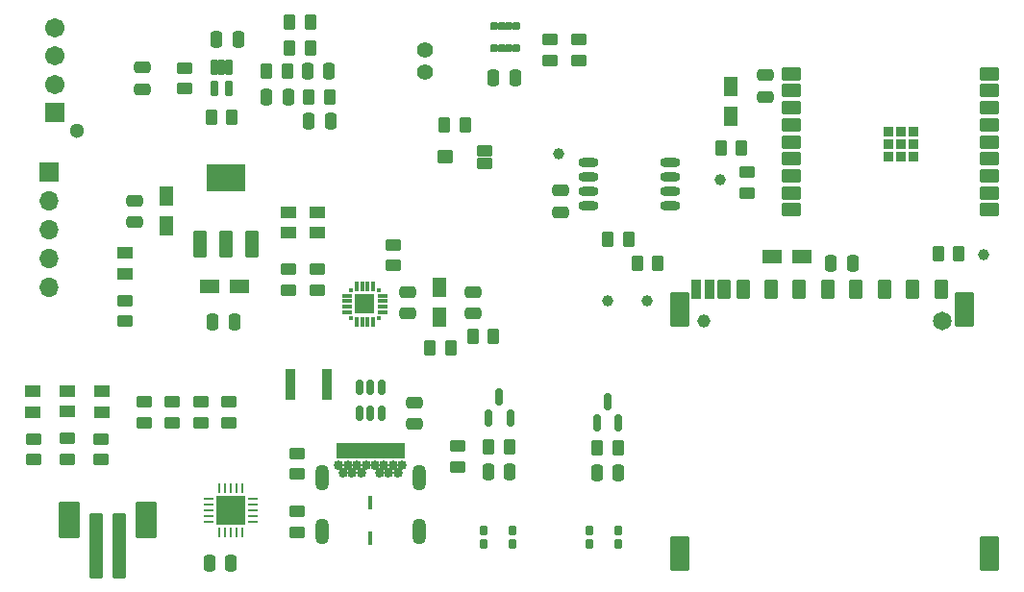
<source format=gts>
%TF.GenerationSoftware,KiCad,Pcbnew,8.0.7*%
%TF.CreationDate,2024-12-27T12:04:35+11:00*%
%TF.ProjectId,ESP32 sensor board,45535033-3220-4736-956e-736f7220626f,rev?*%
%TF.SameCoordinates,Original*%
%TF.FileFunction,Soldermask,Top*%
%TF.FilePolarity,Negative*%
%FSLAX46Y46*%
G04 Gerber Fmt 4.6, Leading zero omitted, Abs format (unit mm)*
G04 Created by KiCad (PCBNEW 8.0.7) date 2024-12-27 12:04:35*
%MOMM*%
%LPD*%
G01*
G04 APERTURE LIST*
G04 Aperture macros list*
%AMRoundRect*
0 Rectangle with rounded corners*
0 $1 Rounding radius*
0 $2 $3 $4 $5 $6 $7 $8 $9 X,Y pos of 4 corners*
0 Add a 4 corners polygon primitive as box body*
4,1,4,$2,$3,$4,$5,$6,$7,$8,$9,$2,$3,0*
0 Add four circle primitives for the rounded corners*
1,1,$1+$1,$2,$3*
1,1,$1+$1,$4,$5*
1,1,$1+$1,$6,$7*
1,1,$1+$1,$8,$9*
0 Add four rect primitives between the rounded corners*
20,1,$1+$1,$2,$3,$4,$5,0*
20,1,$1+$1,$4,$5,$6,$7,0*
20,1,$1+$1,$6,$7,$8,$9,0*
20,1,$1+$1,$8,$9,$2,$3,0*%
G04 Aperture macros list end*
%ADD10R,1.230000X1.800000*%
%ADD11RoundRect,0.250000X0.450000X-0.262500X0.450000X0.262500X-0.450000X0.262500X-0.450000X-0.262500X0*%
%ADD12RoundRect,0.250000X-0.475000X0.250000X-0.475000X-0.250000X0.475000X-0.250000X0.475000X0.250000X0*%
%ADD13C,1.000000*%
%ADD14RoundRect,0.150000X0.150000X-0.587500X0.150000X0.587500X-0.150000X0.587500X-0.150000X-0.587500X0*%
%ADD15R,1.400000X1.000000*%
%ADD16R,1.800000X1.230000*%
%ADD17RoundRect,0.250000X0.475000X-0.250000X0.475000X0.250000X-0.475000X0.250000X-0.475000X-0.250000X0*%
%ADD18RoundRect,0.250000X-0.262500X-0.450000X0.262500X-0.450000X0.262500X0.450000X-0.262500X0.450000X0*%
%ADD19RoundRect,0.250000X-0.450000X0.262500X-0.450000X-0.262500X0.450000X-0.262500X0.450000X0.262500X0*%
%ADD20RoundRect,0.102000X-0.150000X-0.600000X0.150000X-0.600000X0.150000X0.600000X-0.150000X0.600000X0*%
%ADD21C,0.854000*%
%ADD22RoundRect,0.102000X-0.100000X-0.500000X0.100000X-0.500000X0.100000X0.500000X-0.100000X0.500000X0*%
%ADD23O,1.254000X2.304000*%
%ADD24RoundRect,0.250000X0.262500X0.450000X-0.262500X0.450000X-0.262500X-0.450000X0.262500X-0.450000X0*%
%ADD25RoundRect,0.102000X0.475000X-1.075000X0.475000X1.075000X-0.475000X1.075000X-0.475000X-1.075000X0*%
%ADD26RoundRect,0.102000X1.625000X-1.075000X1.625000X1.075000X-1.625000X1.075000X-1.625000X-1.075000X0*%
%ADD27R,0.910000X2.810000*%
%ADD28RoundRect,0.250000X0.250000X0.475000X-0.250000X0.475000X-0.250000X-0.475000X0.250000X-0.475000X0*%
%ADD29RoundRect,0.150000X-0.150000X0.512500X-0.150000X-0.512500X0.150000X-0.512500X0.150000X0.512500X0*%
%ADD30RoundRect,0.151000X-0.151000X0.546000X-0.151000X-0.546000X0.151000X-0.546000X0.151000X0.546000X0*%
%ADD31RoundRect,0.102000X-0.750000X-0.450000X0.750000X-0.450000X0.750000X0.450000X-0.750000X0.450000X0*%
%ADD32RoundRect,0.102000X-0.350000X-0.350000X0.350000X-0.350000X0.350000X0.350000X-0.350000X0.350000X0*%
%ADD33C,1.300000*%
%ADD34RoundRect,0.102000X-0.754000X0.754000X-0.754000X-0.754000X0.754000X-0.754000X0.754000X0.754000X0*%
%ADD35C,1.712000*%
%ADD36RoundRect,0.102000X-0.500000X-2.750000X0.500000X-2.750000X0.500000X2.750000X-0.500000X2.750000X0*%
%ADD37RoundRect,0.102000X-0.800000X-1.500000X0.800000X-1.500000X0.800000X1.500000X-0.800000X1.500000X0*%
%ADD38RoundRect,0.081750X0.245250X-0.265250X0.245250X0.265250X-0.245250X0.265250X-0.245250X-0.265250X0*%
%ADD39RoundRect,0.102000X0.275000X0.285000X-0.275000X0.285000X-0.275000X-0.285000X0.275000X-0.285000X0*%
%ADD40C,1.412000*%
%ADD41RoundRect,0.102000X0.550000X0.400000X-0.550000X0.400000X-0.550000X-0.400000X0.550000X-0.400000X0*%
%ADD42RoundRect,0.102000X0.550000X0.500000X-0.550000X0.500000X-0.550000X-0.500000X0.550000X-0.500000X0*%
%ADD43RoundRect,0.250000X-0.250000X-0.475000X0.250000X-0.475000X0.250000X0.475000X-0.250000X0.475000X0*%
%ADD44RoundRect,0.062500X0.350000X0.062500X-0.350000X0.062500X-0.350000X-0.062500X0.350000X-0.062500X0*%
%ADD45RoundRect,0.062500X0.062500X0.350000X-0.062500X0.350000X-0.062500X-0.350000X0.062500X-0.350000X0*%
%ADD46R,2.500000X2.500000*%
%ADD47R,0.300000X0.300000*%
%ADD48R,0.300000X0.900000*%
%ADD49R,0.900000X0.300000*%
%ADD50R,1.800000X1.800000*%
%ADD51R,1.700000X1.700000*%
%ADD52O,1.700000X1.700000*%
%ADD53O,1.804000X0.804000*%
%ADD54C,1.150000*%
%ADD55C,1.650000*%
%ADD56RoundRect,0.102000X-0.500000X-0.750000X0.500000X-0.750000X0.500000X0.750000X-0.500000X0.750000X0*%
%ADD57RoundRect,0.102000X-0.350000X-0.750000X0.350000X-0.750000X0.350000X0.750000X-0.350000X0.750000X0*%
%ADD58RoundRect,0.102000X-0.750000X-1.400000X0.750000X-1.400000X0.750000X1.400000X-0.750000X1.400000X0*%
G04 APERTURE END LIST*
D10*
%TO.C,C4*%
X125180000Y-90670000D03*
X125180000Y-93290000D03*
%TD*%
D11*
%TO.C,R5*%
X128250000Y-110662500D03*
X128250000Y-108837500D03*
%TD*%
D12*
%TO.C,C5*%
X122400000Y-91070000D03*
X122400000Y-92970000D03*
%TD*%
D13*
%TO.C,TP1*%
X167550000Y-99875000D03*
%TD*%
D11*
%TO.C,R10*%
X121600000Y-101712500D03*
X121600000Y-99887500D03*
%TD*%
D10*
%TO.C,C9*%
X149300000Y-101360000D03*
X149300000Y-98740000D03*
%TD*%
D14*
%TO.C,Q2*%
X163150000Y-110687500D03*
X165050000Y-110687500D03*
X164100000Y-108812500D03*
%TD*%
D15*
%TO.C,D3*%
X119583300Y-109712500D03*
X119583300Y-107912500D03*
%TD*%
D16*
%TO.C,C12*%
X181195000Y-96000000D03*
X178575000Y-96000000D03*
%TD*%
D15*
%TO.C,D4*%
X121600000Y-97512500D03*
X121600000Y-95712500D03*
%TD*%
D17*
%TO.C,C1*%
X147100000Y-110750000D03*
X147100000Y-108850000D03*
%TD*%
D18*
%TO.C,R12*%
X148437500Y-104100000D03*
X150262500Y-104100000D03*
%TD*%
D19*
%TO.C,R11*%
X145200000Y-94987500D03*
X145200000Y-96812500D03*
%TD*%
D20*
%TO.C,J1*%
X140440800Y-113132500D03*
X140940800Y-113132500D03*
X141440800Y-113132500D03*
X141940800Y-113132500D03*
X142440800Y-113132500D03*
X142940800Y-113132500D03*
X143440800Y-113132500D03*
X143940800Y-113132500D03*
X144440800Y-113132500D03*
X144940800Y-113132500D03*
X145440800Y-113132500D03*
X145940800Y-113132500D03*
D21*
X145990800Y-114382500D03*
X145590800Y-115092500D03*
X144790800Y-115092500D03*
X144390800Y-114382500D03*
X143990800Y-115092500D03*
X143590800Y-114382500D03*
X142790800Y-114382500D03*
X142390800Y-115092500D03*
X141990800Y-114382500D03*
X141590800Y-115092500D03*
X140790800Y-115092500D03*
X140390800Y-114382500D03*
X145190800Y-114382500D03*
X141190800Y-114382500D03*
D22*
X143190800Y-117712500D03*
X143190800Y-120812500D03*
D23*
X138920800Y-115532500D03*
X147460800Y-115532500D03*
X138920800Y-120262500D03*
X147460800Y-120262500D03*
%TD*%
D24*
%TO.C,R33*%
X155412500Y-112750000D03*
X153587500Y-112750000D03*
%TD*%
D19*
%TO.C,R31*%
X126825000Y-79400000D03*
X126825000Y-81225000D03*
%TD*%
D25*
%TO.C,U2*%
X128150000Y-94900000D03*
X130450000Y-94900000D03*
X132750000Y-94900000D03*
D26*
X130450000Y-89100000D03*
%TD*%
D11*
%TO.C,R18*%
X138500000Y-98962500D03*
X138500000Y-97137500D03*
%TD*%
D24*
%TO.C,R30*%
X135875000Y-79650000D03*
X134050000Y-79650000D03*
%TD*%
D18*
%TO.C,R28*%
X137750000Y-81962500D03*
X139575000Y-81962500D03*
%TD*%
D27*
%TO.C,F1*%
X139370000Y-107275000D03*
X136130000Y-107275000D03*
%TD*%
D12*
%TO.C,C14*%
X159900000Y-90200000D03*
X159900000Y-92100000D03*
%TD*%
D14*
%TO.C,Q3*%
X153587500Y-110237500D03*
X155487500Y-110237500D03*
X154537500Y-108362500D03*
%TD*%
D18*
%TO.C,R22*%
X164087500Y-94475000D03*
X165912500Y-94475000D03*
%TD*%
D28*
%TO.C,C18*%
X131525000Y-76912500D03*
X129625000Y-76912500D03*
%TD*%
D29*
%TO.C,U5*%
X144150000Y-107525000D03*
X143200000Y-107525000D03*
X142250000Y-107525000D03*
X142250000Y-109800000D03*
X143200000Y-109800000D03*
X144150000Y-109800000D03*
%TD*%
D28*
%TO.C,C2*%
X131200000Y-101800000D03*
X129300000Y-101800000D03*
%TD*%
D11*
%TO.C,R1*%
X123250000Y-110662500D03*
X123250000Y-108837500D03*
%TD*%
D12*
%TO.C,C20*%
X123075000Y-79362500D03*
X123075000Y-81262500D03*
%TD*%
D30*
%TO.C,U8*%
X130725000Y-79302500D03*
X130075000Y-79302500D03*
X129425000Y-79302500D03*
X129425000Y-81222500D03*
X130725000Y-81222500D03*
%TD*%
D15*
%TO.C,D6*%
X138500000Y-93900000D03*
X138500000Y-92100000D03*
%TD*%
D31*
%TO.C,U3*%
X180226000Y-79904000D03*
X180226000Y-81404000D03*
X180226000Y-82904000D03*
X180226000Y-84404000D03*
X180226000Y-85904000D03*
X180226000Y-87404000D03*
X180226000Y-88904000D03*
X180226000Y-90404000D03*
X180226000Y-91904000D03*
X197726000Y-91904000D03*
X197726000Y-90404000D03*
X197726000Y-88904000D03*
X197726000Y-87404000D03*
X197726000Y-85904000D03*
X197726000Y-84404000D03*
X197726000Y-82904000D03*
X197726000Y-81404000D03*
X197726000Y-79904000D03*
D32*
X188836000Y-85004000D03*
X189936000Y-85004000D03*
X191036000Y-85004000D03*
X188836000Y-86104000D03*
X189936000Y-86104000D03*
X191036000Y-86104000D03*
X188836000Y-87204000D03*
X189936000Y-87204000D03*
X191036000Y-87204000D03*
%TD*%
D13*
%TO.C,TP5*%
X159750000Y-87000000D03*
%TD*%
D33*
%TO.C,J4*%
X117375000Y-84940000D03*
D34*
X115375000Y-83340000D03*
D35*
X115375000Y-80840000D03*
X115375000Y-78340000D03*
X115375000Y-75840000D03*
%TD*%
D11*
%TO.C,R8*%
X113500000Y-113912500D03*
X113500000Y-112087500D03*
%TD*%
D18*
%TO.C,R29*%
X136050000Y-77612500D03*
X137875000Y-77612500D03*
%TD*%
D13*
%TO.C,TP2*%
X164100000Y-99875000D03*
%TD*%
D18*
%TO.C,R13*%
X152187500Y-103050000D03*
X154012500Y-103050000D03*
%TD*%
D36*
%TO.C,J2*%
X119075000Y-121475000D03*
X121075000Y-121475000D03*
D37*
X116675000Y-119225000D03*
X123475000Y-119225000D03*
%TD*%
D28*
%TO.C,C13*%
X185650000Y-96650000D03*
X183750000Y-96650000D03*
%TD*%
D13*
%TO.C,TP3*%
X174025000Y-89225000D03*
%TD*%
D11*
%TO.C,R6*%
X130700000Y-110662500D03*
X130700000Y-108837500D03*
%TD*%
D38*
%TO.C,U7*%
X154097500Y-75727500D03*
X154747500Y-75727500D03*
X155397500Y-75727500D03*
X156047500Y-75727500D03*
X156047500Y-77667500D03*
X155397500Y-77667500D03*
X154747500Y-77667500D03*
X154097500Y-77667500D03*
%TD*%
D39*
%TO.C,SW1*%
X165025000Y-121330000D03*
X162475000Y-121330000D03*
X165025000Y-120170000D03*
X162475000Y-120170000D03*
%TD*%
D19*
%TO.C,R3*%
X136725000Y-118462500D03*
X136725000Y-120287500D03*
%TD*%
D28*
%TO.C,C6*%
X130925000Y-123025000D03*
X129025000Y-123025000D03*
%TD*%
D18*
%TO.C,R34*%
X163187500Y-112850000D03*
X165012500Y-112850000D03*
%TD*%
D40*
%TO.C,MK1*%
X147962500Y-77850000D03*
X147962500Y-79750000D03*
%TD*%
D16*
%TO.C,C3*%
X131660000Y-98625000D03*
X129040000Y-98625000D03*
%TD*%
D41*
%TO.C,Q1*%
X153255000Y-87800000D03*
X153255000Y-86700000D03*
D42*
X149745000Y-87250000D03*
%TD*%
D28*
%TO.C,C17*%
X139562500Y-79700000D03*
X137662500Y-79700000D03*
%TD*%
D18*
%TO.C,R23*%
X149687500Y-84450000D03*
X151512500Y-84450000D03*
%TD*%
D11*
%TO.C,R32*%
X150900000Y-114562500D03*
X150900000Y-112737500D03*
%TD*%
D43*
%TO.C,C19*%
X134062500Y-81962500D03*
X135962500Y-81962500D03*
%TD*%
D44*
%TO.C,U1*%
X132847500Y-119360000D03*
X132847500Y-118860000D03*
X132847500Y-118360000D03*
X132847500Y-117860000D03*
X132847500Y-117360000D03*
D45*
X131910000Y-116422500D03*
X131410000Y-116422500D03*
X130910000Y-116422500D03*
X130410000Y-116422500D03*
X129910000Y-116422500D03*
D44*
X128972500Y-117360000D03*
X128972500Y-117860000D03*
X128972500Y-118360000D03*
X128972500Y-118860000D03*
X128972500Y-119360000D03*
D45*
X129910000Y-120297500D03*
X130410000Y-120297500D03*
X130910000Y-120297500D03*
X131410000Y-120297500D03*
X131910000Y-120297500D03*
D46*
X130910000Y-118360000D03*
%TD*%
D11*
%TO.C,R7*%
X116500000Y-113850000D03*
X116500000Y-112025000D03*
%TD*%
%TO.C,R25*%
X161500000Y-78712500D03*
X161500000Y-76887500D03*
%TD*%
D18*
%TO.C,R19*%
X193187500Y-95800000D03*
X195012500Y-95800000D03*
%TD*%
D47*
%TO.C,U4*%
X141450000Y-101450000D03*
D48*
X141950000Y-101750000D03*
X142450000Y-101750000D03*
X142950000Y-101750000D03*
X143450000Y-101750000D03*
D47*
X143950000Y-101450000D03*
D49*
X144250000Y-100950000D03*
X144250000Y-100450000D03*
X144250000Y-99950000D03*
X144250000Y-99450000D03*
D47*
X143950000Y-98950000D03*
D48*
X143450000Y-98650000D03*
X142950000Y-98650000D03*
X142450000Y-98650000D03*
X141950000Y-98650000D03*
D47*
X141450000Y-98950000D03*
D49*
X141150000Y-99450000D03*
X141150000Y-99950000D03*
X141150000Y-100450000D03*
X141150000Y-100950000D03*
D50*
X142700000Y-100200000D03*
%TD*%
D28*
%TO.C,C21*%
X165050000Y-115050000D03*
X163150000Y-115050000D03*
%TD*%
D15*
%TO.C,D5*%
X136000000Y-93900000D03*
X136000000Y-92100000D03*
%TD*%
D18*
%TO.C,R20*%
X174062500Y-86450000D03*
X175887500Y-86450000D03*
%TD*%
D17*
%TO.C,C11*%
X152200000Y-101050000D03*
X152200000Y-99150000D03*
%TD*%
D51*
%TO.C,J6*%
X114925000Y-88565000D03*
D52*
X114925000Y-91105000D03*
X114925000Y-93645000D03*
X114925000Y-96185000D03*
X114925000Y-98725000D03*
%TD*%
D28*
%TO.C,C15*%
X155922500Y-80300000D03*
X154022500Y-80300000D03*
%TD*%
%TO.C,C22*%
X155450000Y-114950000D03*
X153550000Y-114950000D03*
%TD*%
D15*
%TO.C,D2*%
X113416700Y-109712500D03*
X113416700Y-107912500D03*
%TD*%
D28*
%TO.C,C16*%
X139662500Y-84112500D03*
X137762500Y-84112500D03*
%TD*%
D24*
%TO.C,R16*%
X168487500Y-96625000D03*
X166662500Y-96625000D03*
%TD*%
D10*
%TO.C,C7*%
X174950000Y-81030000D03*
X174950000Y-83650000D03*
%TD*%
D13*
%TO.C,TP4*%
X197225000Y-95875000D03*
%TD*%
D15*
%TO.C,D1*%
X116500000Y-109650000D03*
X116500000Y-107850000D03*
%TD*%
D39*
%TO.C,SW2*%
X155737500Y-121330000D03*
X153187500Y-121330000D03*
X155737500Y-120170000D03*
X153187500Y-120170000D03*
%TD*%
D24*
%TO.C,R27*%
X137875000Y-75350000D03*
X136050000Y-75350000D03*
%TD*%
%TO.C,R26*%
X130987500Y-83762500D03*
X129162500Y-83762500D03*
%TD*%
D53*
%TO.C,U6*%
X162400000Y-87695000D03*
X162400000Y-88965000D03*
X162400000Y-90235000D03*
X162400000Y-91505000D03*
X169600000Y-91505000D03*
X169600000Y-90235000D03*
X169600000Y-88965000D03*
X169600000Y-87695000D03*
%TD*%
D11*
%TO.C,R9*%
X119500000Y-113912500D03*
X119500000Y-112087500D03*
%TD*%
D54*
%TO.C,J3*%
X172576000Y-101700000D03*
D55*
X193576000Y-101700000D03*
D56*
X190951000Y-98900000D03*
X188451000Y-98900000D03*
X185951000Y-98900000D03*
X183451000Y-98900000D03*
X180951000Y-98900000D03*
X178451000Y-98900000D03*
X176026000Y-98900000D03*
X174326000Y-98900000D03*
X193451000Y-98900000D03*
D57*
X173026000Y-98900000D03*
D58*
X170426000Y-100700000D03*
X195526000Y-100700000D03*
X197726000Y-122200000D03*
X170426000Y-122200000D03*
D57*
X171826000Y-98900000D03*
%TD*%
D12*
%TO.C,C8*%
X177950000Y-80050000D03*
X177950000Y-81950000D03*
%TD*%
D11*
%TO.C,R24*%
X158965000Y-78712500D03*
X158965000Y-76887500D03*
%TD*%
D17*
%TO.C,C10*%
X146450000Y-101050000D03*
X146450000Y-99150000D03*
%TD*%
D11*
%TO.C,R14*%
X136000000Y-98962500D03*
X136000000Y-97137500D03*
%TD*%
%TO.C,R2*%
X125750000Y-110662500D03*
X125750000Y-108837500D03*
%TD*%
D19*
%TO.C,R4*%
X136725000Y-113362500D03*
X136725000Y-115187500D03*
%TD*%
D11*
%TO.C,R15*%
X176350000Y-90437500D03*
X176350000Y-88612500D03*
%TD*%
M02*

</source>
